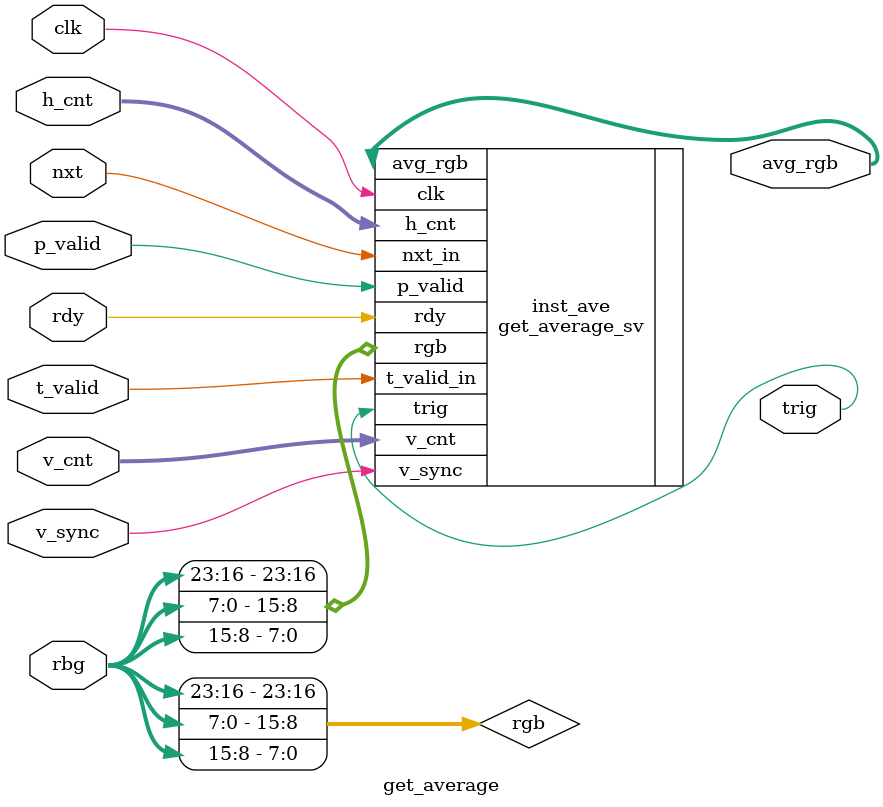
<source format=v>
`timescale 1ns / 1ps


module get_average #(
parameter v_pix = 1080,
    parameter h_pix = 1920,
    parameter num_h = 10,
    parameter num_v = 5,
    parameter cnt4pixavg = 64
)(
    input clk,
    input [23:0] rbg,
    input [15:0] h_cnt,
    input [15:0] v_cnt,
    input p_valid,
    input v_sync,
    output [23:0] avg_rgb,
    
    output trig,
    input nxt,
    input t_valid,
    input rdy

    );
    wire [23:0] rgb;
    
    assign rgb = {rbg[23:16], rbg[7:0], rbg[15:8]};
    
    get_average_sv #(
      .v_pix(v_pix),
      .h_pix(h_pix),
      .num_h(num_h),
      .num_v(num_v),
      .cnt4pixavg(cnt4pixavg)
    ) inst_ave (
      .clk(clk),
      .rgb(rgb),
      .h_cnt(h_cnt),
      .v_cnt(v_cnt),
      .p_valid(p_valid),
      .v_sync(v_sync),
      .avg_rgb(avg_rgb),
      .trig(trig),
      .nxt_in(nxt),
      .t_valid_in(t_valid),
      .rdy(rdy)
    );
endmodule

</source>
